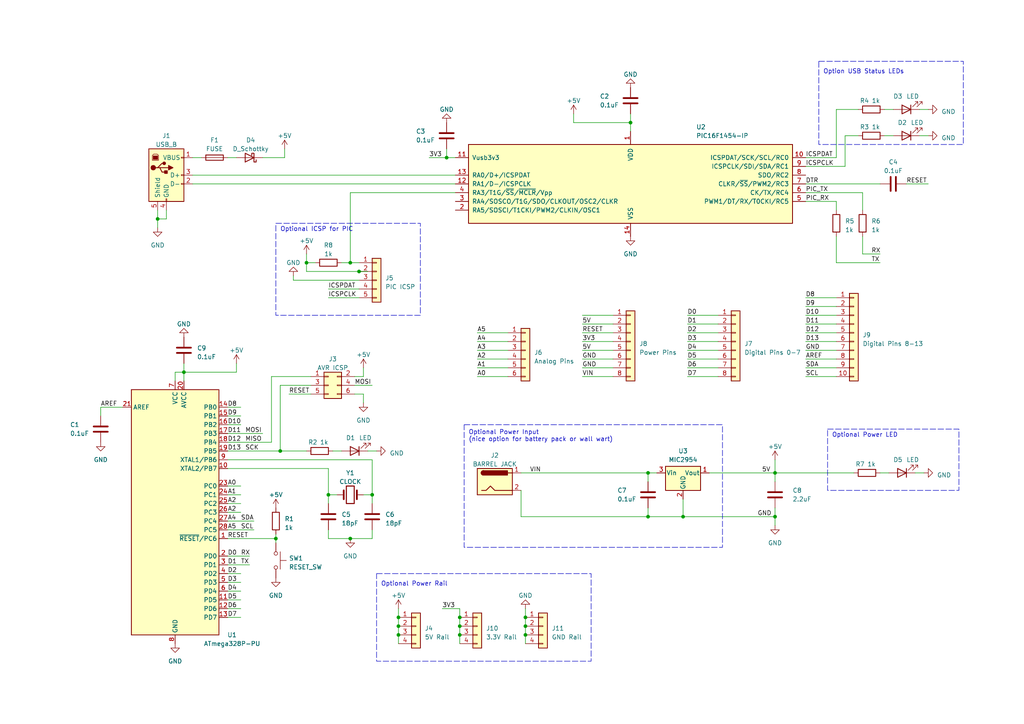
<source format=kicad_sch>
(kicad_sch (version 20230121) (generator eeschema)
  (paper "A4")
  (title_block (title "DIPduino") (date "2023-05-05") (rev "1") (company "Designer: Stephen Covrig") (comment 1 "Based on Jens Geisler's Frienduino"))
  (lib_symbols
    (symbol "Connector:Barrel_Jack" (pin_names (offset 1.016))
      (property "Reference" "J" (at 0 5.334 0))
      (property "Value" "Barrel_Jack" (at 0 -5.08 0))
      (symbol "Barrel_Jack_0_1"
        (rectangle (start -5.08 3.81) (end 5.08 -3.81) (stroke (width 0.254)) (fill (type background)))
        (arc (start -3.302 3.175) (mid -3.9343 2.54) (end -3.302 1.905) (stroke (width 0.254)))
        (arc (start -3.302 3.175) (mid -3.9343 2.54) (end -3.302 1.905) (stroke (width 0.254)) (fill (type outline)))
        (polyline (pts (xy 5.08 2.54) (xy 3.81 2.54)) (stroke (width 0.254)))
        (polyline (pts (xy -3.81 -2.54) (xy -2.54 -2.54) (xy -1.27 -1.27) (xy 0 -2.54) (xy 2.54 -2.54) (xy 5.08 -2.54)) (stroke (width 0.254)))
        (rectangle (start 3.683 3.175) (end -3.302 1.905) (stroke (width 0.254)) (fill (type outline)))
      )
      (symbol "Barrel_Jack_1_1"
        (pin passive line (at 7.62 2.54 180) (length 2.54) (name "~") (number "1"))
        (pin passive line (at 7.62 -2.54 180) (length 2.54) (name "~") (number "2"))
      )
    )
    (symbol "Connector:USB_B" (pin_names (offset 1.016))
      (property "Reference" "J" (at -5.08 11.43 0))
      (property "Value" "USB_B" (at -5.08 8.89 0))
      (symbol "USB_B_0_1"
        (rectangle (start -5.08 -7.62) (end 5.08 7.62) (stroke (width 0.254)) (fill (type background)))
        (circle (center -3.81 2.159) (radius 0.635) (stroke (width 0.254)) (fill (type outline)))
        (rectangle (start -3.81 5.588) (end -2.54 4.572) (fill (type outline)))
        (circle (center -0.635 3.429) (radius 0.381) (stroke (width 0.254)) (fill (type outline)))
        (rectangle (start -0.127 -7.62) (end 0.127 -6.858))
        (polyline (pts (xy -1.905 2.159) (xy 0.635 2.159)) (stroke (width 0.254)))
        (polyline (pts (xy -3.175 2.159) (xy -2.54 2.159) (xy -1.27 3.429) (xy -0.635 3.429)) (stroke (width 0.254)))
        (polyline (pts (xy -2.54 2.159) (xy -1.905 2.159) (xy -1.27 0.889) (xy 0 0.889)) (stroke (width 0.254)))
        (polyline (pts (xy 0.635 2.794) (xy 0.635 1.524) (xy 1.905 2.159) (xy 0.635 2.794)) (stroke (width 0.254)) (fill (type outline)))
        (polyline (pts (xy -4.064 4.318) (xy -2.286 4.318) (xy -2.286 5.715) (xy -2.667 6.096) (xy -3.683 6.096) (xy -4.064 5.715) (xy -4.064 4.318)))
        (rectangle (start 0.254 1.27) (end -0.508 0.508) (stroke (width 0.254)) (fill (type outline)))
        (rectangle (start 5.08 -2.667) (end 4.318 -2.413))
        (rectangle (start 5.08 -0.127) (end 4.318 0.127))
        (rectangle (start 5.08 4.953) (end 4.318 5.207))
      )
      (symbol "USB_B_1_1"
        (pin power_out line (at 7.62 5.08 180) (length 2.54) (name "VBUS") (number "1"))
        (pin bidirectional line (at 7.62 -2.54 180) (length 2.54) (name "D-") (number "2"))
        (pin bidirectional line (at 7.62 0 180) (length 2.54) (name "D+") (number "3"))
        (pin power_out line (at 0 -10.16 90) (length 2.54) (name "GND") (number "4"))
        (pin passive line (at -2.54 -10.16 90) (length 2.54) (name "Shield") (number "5"))
      )
    )
    (symbol "Connector_Generic:Conn_01x04" (pin_names (offset 1.016) hide)
      (property "Reference" "J" (at 0 5.08 0))
      (property "Value" "Conn_01x04" (at 0 -7.62 0))
      (symbol "Conn_01x04_1_1"
        (rectangle (start -1.27 -4.953) (end 0 -5.207) (stroke (width 0.1524)))
        (rectangle (start -1.27 -2.413) (end 0 -2.667) (stroke (width 0.1524)))
        (rectangle (start -1.27 0.127) (end 0 -0.127) (stroke (width 0.1524)))
        (rectangle (start -1.27 2.667) (end 0 2.413) (stroke (width 0.1524)))
        (rectangle (start -1.27 3.81) (end 1.27 -6.35) (stroke (width 0.254)) (fill (type background)))
        (pin passive line (at -5.08 2.54 0) (length 3.81) (name "Pin_1") (number "1"))
        (pin passive line (at -5.08 0 0) (length 3.81) (name "Pin_2") (number "2"))
        (pin passive line (at -5.08 -2.54 0) (length 3.81) (name "Pin_3") (number "3"))
        (pin passive line (at -5.08 -5.08 0) (length 3.81) (name "Pin_4") (number "4"))
      )
    )
    (symbol "Connector_Generic:Conn_01x05" (pin_names (offset 1.016) hide)
      (property "Reference" "J" (at 0 7.62 0))
      (property "Value" "Conn_01x05" (at 0 -7.62 0))
      (symbol "Conn_01x05_1_1"
        (rectangle (start -1.27 -4.953) (end 0 -5.207) (stroke (width 0.1524)))
        (rectangle (start -1.27 -2.413) (end 0 -2.667) (stroke (width 0.1524)))
        (rectangle (start -1.27 0.127) (end 0 -0.127) (stroke (width 0.1524)))
        (rectangle (start -1.27 2.667) (end 0 2.413) (stroke (width 0.1524)))
        (rectangle (start -1.27 5.207) (end 0 4.953) (stroke (width 0.1524)))
        (rectangle (start -1.27 6.35) (end 1.27 -6.35) (stroke (width 0.254)) (fill (type background)))
        (pin passive line (at -5.08 5.08 0) (length 3.81) (name "Pin_1") (number "1"))
        (pin passive line (at -5.08 2.54 0) (length 3.81) (name "Pin_2") (number "2"))
        (pin passive line (at -5.08 0 0) (length 3.81) (name "Pin_3") (number "3"))
        (pin passive line (at -5.08 -2.54 0) (length 3.81) (name "Pin_4") (number "4"))
        (pin passive line (at -5.08 -5.08 0) (length 3.81) (name "Pin_5") (number "5"))
      )
    )
    (symbol "Connector_Generic:Conn_01x06" (pin_names (offset 1.016) hide)
      (property "Reference" "J" (at 0 7.62 0))
      (property "Value" "Conn_01x06" (at 0 -10.16 0))
      (symbol "Conn_01x06_1_1"
        (rectangle (start -1.27 -7.493) (end 0 -7.747) (stroke (width 0.1524)))
        (rectangle (start -1.27 -4.953) (end 0 -5.207) (stroke (width 0.1524)))
        (rectangle (start -1.27 -2.413) (end 0 -2.667) (stroke (width 0.1524)))
        (rectangle (start -1.27 0.127) (end 0 -0.127) (stroke (width 0.1524)))
        (rectangle (start -1.27 2.667) (end 0 2.413) (stroke (width 0.1524)))
        (rectangle (start -1.27 5.207) (end 0 4.953) (stroke (width 0.1524)))
        (rectangle (start -1.27 6.35) (end 1.27 -8.89) (stroke (width 0.254)) (fill (type background)))
        (pin passive line (at -5.08 5.08 0) (length 3.81) (name "Pin_1") (number "1"))
        (pin passive line (at -5.08 2.54 0) (length 3.81) (name "Pin_2") (number "2"))
        (pin passive line (at -5.08 0 0) (length 3.81) (name "Pin_3") (number "3"))
        (pin passive line (at -5.08 -2.54 0) (length 3.81) (name "Pin_4") (number "4"))
        (pin passive line (at -5.08 -5.08 0) (length 3.81) (name "Pin_5") (number "5"))
        (pin passive line (at -5.08 -7.62 0) (length 3.81) (name "Pin_6") (number "6"))
      )
    )
    (symbol "Connector_Generic:Conn_01x08" (pin_names (offset 1.016) hide)
      (property "Reference" "J" (at 0 10.16 0))
      (property "Value" "Conn_01x08" (at 0 -12.7 0))
      (symbol "Conn_01x08_1_1"
        (rectangle (start -1.27 -10.033) (end 0 -10.287) (stroke (width 0.1524)))
        (rectangle (start -1.27 -7.493) (end 0 -7.747) (stroke (width 0.1524)))
        (rectangle (start -1.27 -4.953) (end 0 -5.207) (stroke (width 0.1524)))
        (rectangle (start -1.27 -2.413) (end 0 -2.667) (stroke (width 0.1524)))
        (rectangle (start -1.27 0.127) (end 0 -0.127) (stroke (width 0.1524)))
        (rectangle (start -1.27 2.667) (end 0 2.413) (stroke (width 0.1524)))
        (rectangle (start -1.27 5.207) (end 0 4.953) (stroke (width 0.1524)))
        (rectangle (start -1.27 7.747) (end 0 7.493) (stroke (width 0.1524)))
        (rectangle (start -1.27 8.89) (end 1.27 -11.43) (stroke (width 0.254)) (fill (type background)))
        (pin passive line (at -5.08 7.62 0) (length 3.81) (name "Pin_1") (number "1"))
        (pin passive line (at -5.08 5.08 0) (length 3.81) (name "Pin_2") (number "2"))
        (pin passive line (at -5.08 2.54 0) (length 3.81) (name "Pin_3") (number "3"))
        (pin passive line (at -5.08 0 0) (length 3.81) (name "Pin_4") (number "4"))
        (pin passive line (at -5.08 -2.54 0) (length 3.81) (name "Pin_5") (number "5"))
        (pin passive line (at -5.08 -5.08 0) (length 3.81) (name "Pin_6") (number "6"))
        (pin passive line (at -5.08 -7.62 0) (length 3.81) (name "Pin_7") (number "7"))
        (pin passive line (at -5.08 -10.16 0) (length 3.81) (name "Pin_8") (number "8"))
      )
    )
    (symbol "Connector_Generic:Conn_01x10" (pin_names (offset 1.016) hide)
      (property "Reference" "J" (at 0 12.7 0))
      (property "Value" "Conn_01x10" (at 0 -15.24 0))
      (symbol "Conn_01x10_1_1"
        (rectangle (start -1.27 -12.573) (end 0 -12.827) (stroke (width 0.1524)))
        (rectangle (start -1.27 -10.033) (end 0 -10.287) (stroke (width 0.1524)))
        (rectangle (start -1.27 -7.493) (end 0 -7.747) (stroke (width 0.1524)))
        (rectangle (start -1.27 -4.953) (end 0 -5.207) (stroke (width 0.1524)))
        (rectangle (start -1.27 -2.413) (end 0 -2.667) (stroke (width 0.1524)))
        (rectangle (start -1.27 0.127) (end 0 -0.127) (stroke (width 0.1524)))
        (rectangle (start -1.27 2.667) (end 0 2.413) (stroke (width 0.1524)))
        (rectangle (start -1.27 5.207) (end 0 4.953) (stroke (width 0.1524)))
        (rectangle (start -1.27 7.747) (end 0 7.493) (stroke (width 0.1524)))
        (rectangle (start -1.27 10.287) (end 0 10.033) (stroke (width 0.1524)))
        (rectangle (start -1.27 11.43) (end 1.27 -13.97) (stroke (width 0.254)) (fill (type background)))
        (pin passive line (at -5.08 10.16 0) (length 3.81) (name "Pin_1") (number "1"))
        (pin passive line (at -5.08 -12.7 0) (length 3.81) (name "Pin_10") (number "10"))
        (pin passive line (at -5.08 7.62 0) (length 3.81) (name "Pin_2") (number "2"))
        (pin passive line (at -5.08 5.08 0) (length 3.81) (name "Pin_3") (number "3"))
        (pin passive line (at -5.08 2.54 0) (length 3.81) (name "Pin_4") (number "4"))
        (pin passive line (at -5.08 0 0) (length 3.81) (name "Pin_5") (number "5"))
        (pin passive line (at -5.08 -2.54 0) (length 3.81) (name "Pin_6") (number "6"))
        (pin passive line (at -5.08 -5.08 0) (length 3.81) (name "Pin_7") (number "7"))
        (pin passive line (at -5.08 -7.62 0) (length 3.81) (name "Pin_8") (number "8"))
        (pin passive line (at -5.08 -10.16 0) (length 3.81) (name "Pin_9") (number "9"))
      )
    )
    (symbol "Connector_Generic:Conn_02x03_Odd_Even" (pin_names (offset 1.016) hide)
      (property "Reference" "J" (at 1.27 5.08 0))
      (property "Value" "Conn_02x03_Odd_Even" (at 1.27 -5.08 0))
      (symbol "Conn_02x03_Odd_Even_1_1"
        (rectangle (start -1.27 -2.413) (end 0 -2.667) (stroke (width 0.1524)))
        (rectangle (start -1.27 0.127) (end 0 -0.127) (stroke (width 0.1524)))
        (rectangle (start -1.27 2.667) (end 0 2.413) (stroke (width 0.1524)))
        (rectangle (start -1.27 3.81) (end 3.81 -3.81) (stroke (width 0.254)) (fill (type background)))
        (rectangle (start 3.81 -2.413) (end 2.54 -2.667) (stroke (width 0.1524)))
        (rectangle (start 3.81 0.127) (end 2.54 -0.127) (stroke (width 0.1524)))
        (rectangle (start 3.81 2.667) (end 2.54 2.413) (stroke (width 0.1524)))
        (pin passive line (at -5.08 2.54 0) (length 3.81) (name "Pin_1") (number "1"))
        (pin passive line (at 7.62 2.54 180) (length 3.81) (name "Pin_2") (number "2"))
        (pin passive line (at -5.08 0 0) (length 3.81) (name "Pin_3") (number "3"))
        (pin passive line (at 7.62 0 180) (length 3.81) (name "Pin_4") (number "4"))
        (pin passive line (at -5.08 -2.54 0) (length 3.81) (name "Pin_5") (number "5"))
        (pin passive line (at 7.62 -2.54 180) (length 3.81) (name "Pin_6") (number "6"))
      )
    )
    (symbol "Device:C" (pin_numbers hide) (pin_names (offset 0.254))
      (property "Reference" "C" (at 0.635 2.54 0))
      (property "Value" "C" (at 0.635 -2.54 0))
      (symbol "C_0_1"
        (polyline (pts (xy -2.032 -0.762) (xy 2.032 -0.762)) (stroke (width 0.508)))
        (polyline (pts (xy -2.032 0.762) (xy 2.032 0.762)) (stroke (width 0.508)))
      )
      (symbol "C_1_1"
        (pin passive line (at 0 3.81 270) (length 2.794) (name "~") (number "1"))
        (pin passive line (at 0 -3.81 90) (length 2.794) (name "~") (number "2"))
      )
    )
    (symbol "Device:Crystal" (pin_numbers hide) (pin_names (offset 1.016) hide)
      (property "Reference" "Y" (at 0 3.81 0))
      (property "Value" "Crystal" (at 0 -3.81 0))
      (symbol "Crystal_0_1"
        (rectangle (start -1.143 2.54) (end 1.143 -2.54) (stroke (width 0.3048)))
        (polyline (pts (xy -2.54 0) (xy -1.905 0)))
        (polyline (pts (xy -1.905 -1.27) (xy -1.905 1.27)) (stroke (width 0.508)))
        (polyline (pts (xy 1.905 -1.27) (xy 1.905 1.27)) (stroke (width 0.508)))
        (polyline (pts (xy 2.54 0) (xy 1.905 0)))
      )
      (symbol "Crystal_1_1"
        (pin passive line (at -3.81 0 0) (length 1.27) (name "1") (number "1"))
        (pin passive line (at 3.81 0 180) (length 1.27) (name "2") (number "2"))
      )
    )
    (symbol "Device:D_Schottky" (pin_numbers hide) (pin_names (offset 1.016) hide)
      (property "Reference" "D" (at 0 2.54 0))
      (property "Value" "D_Schottky" (at 0 -2.54 0))
      (symbol "D_Schottky_0_1"
        (polyline (pts (xy 1.27 0) (xy -1.27 0)))
        (polyline (pts (xy 1.27 1.27) (xy 1.27 -1.27) (xy -1.27 0) (xy 1.27 1.27)) (stroke (width 0.254)))
        (polyline (pts (xy -1.905 0.635) (xy -1.905 1.27) (xy -1.27 1.27) (xy -1.27 -1.27) (xy -0.635 -1.27) (xy -0.635 -0.635)) (stroke (width 0.254)))
      )
      (symbol "D_Schottky_1_1"
        (pin passive line (at -3.81 0 0) (length 2.54) (name "K") (number "1"))
        (pin passive line (at 3.81 0 180) (length 2.54) (name "A") (number "2"))
      )
    )
    (symbol "Device:Fuse" (pin_numbers hide) (pin_names (offset 0))
      (property "Reference" "F" (at 2.032 0 90))
      (property "Value" "Fuse" (at -1.905 0 90))
      (symbol "Fuse_0_1"
        (rectangle (start -0.762 -2.54) (end 0.762 2.54) (stroke (width 0.254)))
        (polyline (pts (xy 0 2.54) (xy 0 -2.54)))
      )
      (symbol "Fuse_1_1"
        (pin passive line (at 0 3.81 270) (length 1.27) (name "~") (number "1"))
        (pin passive line (at 0 -3.81 90) (length 1.27) (name "~") (number "2"))
      )
    )
    (symbol "Device:LED" (pin_numbers hide) (pin_names (offset 1.016) hide)
      (property "Reference" "D" (at 0 2.54 0))
      (property "Value" "LED" (at 0 -2.54 0))
      (symbol "LED_0_1"
        (polyline (pts (xy -1.27 -1.27) (xy -1.27 1.27)) (stroke (width 0.254)))
        (polyline (pts (xy -1.27 0) (xy 1.27 0)))
        (polyline (pts (xy 1.27 -1.27) (xy 1.27 1.27) (xy -1.27 0) (xy 1.27 -1.27)) (stroke (width 0.254)))
        (polyline (pts (xy -3.048 -0.762) (xy -4.572 -2.286) (xy -3.81 -2.286) (xy -4.572 -2.286) (xy -4.572 -1.524)))
        (polyline (pts (xy -1.778 -0.762) (xy -3.302 -2.286) (xy -2.54 -2.286) (xy -3.302 -2.286) (xy -3.302 -1.524)))
      )
      (symbol "LED_1_1"
        (pin passive line (at -3.81 0 0) (length 2.54) (name "K") (number "1"))
        (pin passive line (at 3.81 0 180) (length 2.54) (name "A") (number "2"))
      )
    )
    (symbol "Device:R" (pin_numbers hide) (pin_names (offset 0))
      (property "Reference" "R" (at 2.032 0 90))
      (property "Value" "R" (at 0 0 90))
      (symbol "R_0_1"
        (rectangle (start -1.016 -2.54) (end 1.016 2.54) (stroke (width 0.254)))
      )
      (symbol "R_1_1"
        (pin passive line (at 0 3.81 270) (length 1.27) (name "~") (number "1"))
        (pin passive line (at 0 -3.81 90) (length 1.27) (name "~") (number "2"))
      )
    )
    (symbol "MCU_Microchip_ATmega:ATmega328P-P"
      (property "Reference" "U" (at -12.7 36.83 0))
      (property "Value" "ATmega328P-P" (at 2.54 -36.83 0))
      (symbol "ATmega328P-P_0_1"
        (rectangle (start -12.7 -35.56) (end 12.7 35.56) (stroke (width 0.254)) (fill (type background)))
      )
      (symbol "ATmega328P-P_1_1"
        (pin bidirectional line (at 15.24 -7.62 180) (length 2.54) (name "~{RESET}/PC6") (number "1"))
        (pin bidirectional line (at 15.24 12.7 180) (length 2.54) (name "XTAL2/PB7") (number "10"))
        (pin bidirectional line (at 15.24 -25.4 180) (length 2.54) (name "PD5") (number "11"))
        (pin bidirectional line (at 15.24 -27.94 180) (length 2.54) (name "PD6") (number "12"))
        (pin bidirectional line (at 15.24 -30.48 180) (length 2.54) (name "PD7") (number "13"))
        (pin bidirectional line (at 15.24 30.48 180) (length 2.54) (name "PB0") (number "14"))
        (pin bidirectional line (at 15.24 27.94 180) (length 2.54) (name "PB1") (number "15"))
        (pin bidirectional line (at 15.24 25.4 180) (length 2.54) (name "PB2") (number "16"))
        (pin bidirectional line (at 15.24 22.86 180) (length 2.54) (name "PB3") (number "17"))
        (pin bidirectional line (at 15.24 20.32 180) (length 2.54) (name "PB4") (number "18"))
        (pin bidirectional line (at 15.24 17.78 180) (length 2.54) (name "PB5") (number "19"))
        (pin bidirectional line (at 15.24 -12.7 180) (length 2.54) (name "PD0") (number "2"))
        (pin power_in line (at 2.54 38.1 270) (length 2.54) (name "AVCC") (number "20"))
        (pin passive line (at -15.24 30.48 0) (length 2.54) (name "AREF") (number "21"))
        (pin passive line (at 0 -38.1 90) (length 2.54) hide (name "GND") (number "22"))
        (pin bidirectional line (at 15.24 7.62 180) (length 2.54) (name "PC0") (number "23"))
        (pin bidirectional line (at 15.24 5.08 180) (length 2.54) (name "PC1") (number "24"))
        (pin bidirectional line (at 15.24 2.54 180) (length 2.54) (name "PC2") (number "25"))
        (pin bidirectional line (at 15.24 0 180) (length 2.54) (name "PC3") (number "26"))
        (pin bidirectional line (at 15.24 -2.54 180) (length 2.54) (name "PC4") (number "27"))
        (pin bidirectional line (at 15.24 -5.08 180) (length 2.54) (name "PC5") (number "28"))
        (pin bidirectional line (at 15.24 -15.24 180) (length 2.54) (name "PD1") (number "3"))
        (pin bidirectional line (at 15.24 -17.78 180) (length 2.54) (name "PD2") (number "4"))
        (pin bidirectional line (at 15.24 -20.32 180) (length 2.54) (name "PD3") (number "5"))
        (pin bidirectional line (at 15.24 -22.86 180) (length 2.54) (name "PD4") (number "6"))
        (pin power_in line (at 0 38.1 270) (length 2.54) (name "VCC") (number "7"))
        (pin power_in line (at 0 -38.1 90) (length 2.54) (name "GND") (number "8"))
        (pin bidirectional line (at 15.24 15.24 180) (length 2.54) (name "XTAL1/PB6") (number "9"))
      )
    )
    (symbol "MCU_Microchip_PIC16:PIC16F1454-IP" (pin_names (offset 1.016))
      (property "Reference" "U" (at -46.99 15.24 0))
      (property "Value" "PIC16F1454-IP" (at -46.99 12.7 0))
      (symbol "PIC16F1454-IP_0_1"
        (rectangle (start -46.99 11.43) (end 46.99 -11.43) (stroke (width 0.254)) (fill (type background)))
      )
      (symbol "PIC16F1454-IP_1_1"
        (pin power_in line (at 0 15.24 270) (length 3.81) (name "VDD") (number "1"))
        (pin bidirectional line (at 50.8 7.62 180) (length 3.81) (name "ICSPDAT/SCK/SCL/RC0") (number "10"))
        (pin bidirectional line (at -50.8 7.62 0) (length 3.81) (name "Vusb3v3") (number "11"))
        (pin bidirectional line (at -50.8 0 0) (length 3.81) (name "RA1/D-/ICSPCLK") (number "12"))
        (pin bidirectional line (at -50.8 2.54 0) (length 3.81) (name "RA0/D+/ICSPDAT") (number "13"))
        (pin power_in line (at 0 -15.24 90) (length 3.81) (name "VSS") (number "14"))
        (pin bidirectional line (at -50.8 -7.62 0) (length 3.81) (name "RA5/SOSCI/T1CKI/PWM2/CLKIN/OSC1") (number "2"))
        (pin bidirectional line (at -50.8 -5.08 0) (length 3.81) (name "RA4/SOSCO/T1G/SDO/CLKOUT/OSC2/CLKR") (number "3"))
        (pin input line (at -50.8 -2.54 0) (length 3.81) (name "RA3/T1G/~{SS}/~{MCLR}/Vpp") (number "4"))
        (pin bidirectional line (at 50.8 -5.08 180) (length 3.81) (name "PWM1/DT/RX/T0CKI/RC5") (number "5"))
        (pin bidirectional line (at 50.8 -2.54 180) (length 3.81) (name "CK/TX/RC4") (number "6"))
        (pin bidirectional line (at 50.8 0 180) (length 3.81) (name "CLKR/~{SS}/PWM2/RC3") (number "7"))
        (pin bidirectional line (at 50.8 2.54 180) (length 3.81) (name "SDO/RC2") (number "8"))
        (pin bidirectional line (at 50.8 5.08 180) (length 3.81) (name "ICSPCLK/SDI/SDA/RC1") (number "9"))
      )
    )
    (symbol "Regulator_Linear:AP7384-33V" (pin_names (offset 0.254))
      (property "Reference" "U3" (at 0 6.35 0))
      (property "Value" "L4931" (at 0 3.81 0))
      (symbol "AP7384-33V_0_1"
        (rectangle (start -5.08 1.905) (end 5.08 -5.08) (stroke (width 0.254)) (fill (type background)))
      )
      (symbol "AP7384-33V_1_1"
        (pin power_out line (at 7.62 0 180) (length 2.54) (name "Vout") (number "1"))
        (pin power_in line (at 0 -7.62 90) (length 2.54) (name "GND") (number "2"))
        (pin power_in line (at -7.62 0 0) (length 2.54) (name "Vin") (number "3"))
      )
    )
    (symbol "Switch:SW_Push" (pin_numbers hide) (pin_names (offset 1.016) hide)
      (property "Reference" "SW" (at 1.27 2.54 0))
      (property "Value" "SW_Push" (at 0 -1.524 0))
      (symbol "SW_Push_0_1"
        (circle (center -2.032 0) (radius 0.508))
        (polyline (pts (xy 0 1.27) (xy 0 3.048)))
        (polyline (pts (xy 2.54 1.27) (xy -2.54 1.27)))
        (circle (center 2.032 0) (radius 0.508))
        (pin passive line (at -5.08 0 0) (length 2.54) (name "1") (number "1"))
        (pin passive line (at 5.08 0 180) (length 2.54) (name "2") (number "2"))
      )
    )
    (symbol "power:+5V" (power) (pin_names (offset 0))
      (property "Value" "+5V" (at 0 3.556 0))
      (symbol "+5V_0_1"
        (polyline (pts (xy -0.762 1.27) (xy 0 2.54)))
        (polyline (pts (xy 0 0) (xy 0 2.54)))
        (polyline (pts (xy 0 2.54) (xy 0.762 1.27)))
      )
      (symbol "+5V_1_1"
        (pin power_in line (at 0 0 90) (length 0) hide (name "+5V") (number "1"))
      )
    )
    (symbol "power:GND" (power) (pin_names (offset 0))
      (property "Value" "GND" (at 0 -3.81 0))
      (symbol "GND_0_1"
        (polyline (pts (xy 0 0) (xy 0 -1.27) (xy 1.27 -1.27) (xy 0 -2.54) (xy -1.27 -1.27) (xy 0 -1.27)))
      )
      (symbol "GND_1_1"
        (pin power_in line (at 0 0 270) (length 0) hide (name "GND") (number "1"))
      )
    )
  )
  (junction (at 133.35 181.61))
  (junction (at 152.4 184.15))
  (junction (at 95.25 143.51))
  (junction (at 182.88 35.56))
  (junction (at 187.96 137.16))
  (junction (at 53.34 107.95))
  (junction (at 101.6 76.2))
  (junction (at 133.35 184.15))
  (junction (at 152.4 181.61))
  (junction (at 81.28 130.81))
  (junction (at 129.54 45.72))
  (junction (at 115.57 179.07))
  (junction (at 45.72 63.5))
  (junction (at 224.79 137.16))
  (junction (at 224.79 149.86))
  (junction (at 198.12 149.86))
  (junction (at 107.95 143.51))
  (junction (at 88.9 76.2))
  (junction (at 80.01 156.21))
  (junction (at 104.14 78.74))
  (junction (at 115.57 181.61))
  (junction (at 187.96 149.86))
  (junction (at 133.35 179.07))
  (junction (at 152.4 179.07))
  (junction (at 115.57 184.15))
  (junction (at 101.6 156.21))
  (wire (pts (xy 224.79 137.16) (xy 224.79 139.7)))
  (wire (pts (xy 255.27 137.16) (xy 257.81 137.16)))
  (wire (pts (xy 66.04 156.21) (xy 80.01 156.21)))
  (wire (pts (xy 104.14 83.82) (xy 95.25 83.82)))
  (wire (pts (xy 199.39 109.22) (xy 208.28 109.22)))
  (wire (pts (xy 66.04 120.65) (xy 69.85 120.65)))
  (wire (pts (xy 106.68 130.81) (xy 109.22 130.81)))
  (wire (pts (xy 151.13 149.86) (xy 151.13 142.24)))
  (wire (pts (xy 45.72 63.5) (xy 45.72 60.96)))
  (wire (pts (xy 97.79 143.51) (xy 95.25 143.51)))
  (wire (pts (xy 182.88 33.02) (xy 182.88 35.56)))
  (wire (pts (xy 66.04 146.05) (xy 69.85 146.05)))
  (wire (pts (xy 132.08 45.72) (xy 129.54 45.72)))
  (wire (pts (xy 96.52 130.81) (xy 99.06 130.81)))
  (wire (pts (xy 233.68 96.52) (xy 242.57 96.52)))
  (wire (pts (xy 80.01 156.21) (xy 80.01 157.48)))
  (wire (pts (xy 233.68 109.22) (xy 242.57 109.22)))
  (wire (pts (xy 168.91 96.52) (xy 177.8 96.52)))
  (wire (pts (xy 101.6 156.21) (xy 107.95 156.21)))
  (wire (pts (xy 50.8 107.95) (xy 53.34 107.95)))
  (wire (pts (xy 152.4 176.53) (xy 152.4 179.07)))
  (wire (pts (xy 233.68 99.06) (xy 242.57 99.06)))
  (wire (pts (xy 168.91 101.6) (xy 177.8 101.6)))
  (wire (pts (xy 138.43 96.52) (xy 147.32 96.52)))
  (wire (pts (xy 233.68 48.26) (xy 245.11 48.26)))
  (wire (pts (xy 133.35 184.15) (xy 133.35 186.69)))
  (wire (pts (xy 45.72 66.04) (xy 45.72 63.5)))
  (wire (pts (xy 48.26 60.96) (xy 48.26 63.5)))
  (wire (pts (xy 256.54 39.37) (xy 259.08 39.37)))
  (wire (pts (xy 233.68 88.9) (xy 242.57 88.9)))
  (wire (pts (xy 242.57 45.72) (xy 242.57 31.75)))
  (wire (pts (xy 82.55 45.72) (xy 76.2 45.72)))
  (wire (pts (xy 199.39 101.6) (xy 208.28 101.6)))
  (wire (pts (xy 250.19 55.88) (xy 250.19 60.96)))
  (wire (pts (xy 106.68 78.74) (xy 104.14 78.74)))
  (wire (pts (xy 242.57 58.42) (xy 242.57 60.96)))
  (wire (pts (xy 104.14 86.36) (xy 95.25 86.36)))
  (wire (pts (xy 262.89 53.34) (xy 269.24 53.34)))
  (wire (pts (xy 82.55 43.18) (xy 82.55 45.72)))
  (wire (pts (xy 233.68 91.44) (xy 242.57 91.44)))
  (wire (pts (xy 269.24 39.37) (xy 266.7 39.37)))
  (wire (pts (xy 233.68 86.36) (xy 242.57 86.36)))
  (wire (pts (xy 104.14 78.74) (xy 88.9 78.74)))
  (wire (pts (xy 138.43 104.14) (xy 147.32 104.14)))
  (wire (pts (xy 55.88 50.8) (xy 132.08 50.8)))
  (wire (pts (xy 151.13 137.16) (xy 187.96 137.16)))
  (wire (pts (xy 187.96 137.16) (xy 190.5 137.16)))
  (wire (pts (xy 168.91 106.68) (xy 177.8 106.68)))
  (wire (pts (xy 80.01 154.94) (xy 80.01 156.21)))
  (wire (pts (xy 107.95 153.67) (xy 107.95 156.21)))
  (wire (pts (xy 55.88 53.34) (xy 132.08 53.34)))
  (wire (pts (xy 105.41 109.22) (xy 105.41 106.68)))
  (wire (pts (xy 66.04 130.81) (xy 81.28 130.81)))
  (wire (pts (xy 151.13 149.86) (xy 187.96 149.86)))
  (wire (pts (xy 199.39 93.98) (xy 208.28 93.98)))
  (wire (pts (xy 168.91 104.14) (xy 177.8 104.14)))
  (wire (pts (xy 66.04 171.45) (xy 69.85 171.45)))
  (wire (pts (xy 107.95 133.35) (xy 107.95 143.51)))
  (wire (pts (xy 182.88 35.56) (xy 182.88 38.1)))
  (wire (pts (xy 124.46 45.72) (xy 129.54 45.72)))
  (wire (pts (xy 81.28 130.81) (xy 88.9 130.81)))
  (wire (pts (xy 199.39 104.14) (xy 208.28 104.14)))
  (wire (pts (xy 88.9 76.2) (xy 91.44 76.2)))
  (wire (pts (xy 88.9 73.66) (xy 88.9 76.2)))
  (wire (pts (xy 199.39 96.52) (xy 208.28 96.52)))
  (wire (pts (xy 166.37 35.56) (xy 182.88 35.56)))
  (wire (pts (xy 242.57 45.72) (xy 233.68 45.72)))
  (wire (pts (xy 66.04 140.97) (xy 69.85 140.97)))
  (wire (pts (xy 138.43 109.22) (xy 147.32 109.22)))
  (wire (pts (xy 199.39 106.68) (xy 208.28 106.68)))
  (wire (pts (xy 68.58 107.95) (xy 53.34 107.95)))
  (wire (pts (xy 128.27 176.53) (xy 133.35 176.53)))
  (wire (pts (xy 95.25 156.21) (xy 101.6 156.21)))
  (wire (pts (xy 138.43 101.6) (xy 147.32 101.6)))
  (wire (pts (xy 233.68 104.14) (xy 242.57 104.14)))
  (wire (pts (xy 224.79 133.35) (xy 224.79 137.16)))
  (wire (pts (xy 245.11 48.26) (xy 245.11 39.37)))
  (wire (pts (xy 53.34 105.41) (xy 53.34 107.95)))
  (wire (pts (xy 66.04 133.35) (xy 107.95 133.35)))
  (wire (pts (xy 245.11 39.37) (xy 248.92 39.37)))
  (wire (pts (xy 267.97 137.16) (xy 265.43 137.16)))
  (wire (pts (xy 199.39 99.06) (xy 208.28 99.06)))
  (wire (pts (xy 250.19 73.66) (xy 255.27 73.66)))
  (wire (pts (xy 168.91 109.22) (xy 177.8 109.22)))
  (wire (pts (xy 55.88 45.72) (xy 58.42 45.72)))
  (wire (pts (xy 224.79 137.16) (xy 247.65 137.16)))
  (wire (pts (xy 102.87 111.76) (xy 107.95 111.76)))
  (wire (pts (xy 115.57 179.07) (xy 115.57 181.61)))
  (wire (pts (xy 105.41 114.3) (xy 102.87 114.3)))
  (wire (pts (xy 66.04 179.07) (xy 69.85 179.07)))
  (wire (pts (xy 233.68 55.88) (xy 250.19 55.88)))
  (wire (pts (xy 133.35 176.53) (xy 133.35 179.07)))
  (wire (pts (xy 66.04 128.27) (xy 78.74 128.27)))
  (wire (pts (xy 152.4 184.15) (xy 152.4 186.69)))
  (wire (pts (xy 105.41 116.84) (xy 105.41 114.3)))
  (wire (pts (xy 166.37 33.02) (xy 166.37 35.56)))
  (wire (pts (xy 99.06 76.2) (xy 101.6 76.2)))
  (wire (pts (xy 115.57 184.15) (xy 115.57 186.69)))
  (wire (pts (xy 107.95 146.05) (xy 107.95 143.51)))
  (wire (pts (xy 78.74 109.22) (xy 78.74 128.27)))
  (wire (pts (xy 66.04 135.89) (xy 95.25 135.89)))
  (wire (pts (xy 256.54 31.75) (xy 259.08 31.75)))
  (wire (pts (xy 101.6 76.2) (xy 104.14 76.2)))
  (wire (pts (xy 66.04 123.19) (xy 69.85 123.19)))
  (wire (pts (xy 53.34 107.95) (xy 53.34 110.49)))
  (wire (pts (xy 152.4 181.61) (xy 152.4 184.15)))
  (wire (pts (xy 66.04 168.91) (xy 69.85 168.91)))
  (wire (pts (xy 104.14 81.28) (xy 85.09 81.28)))
  (wire (pts (xy 90.17 111.76) (xy 81.28 111.76)))
  (wire (pts (xy 102.87 109.22) (xy 105.41 109.22)))
  (wire (pts (xy 101.6 55.88) (xy 101.6 76.2)))
  (wire (pts (xy 199.39 91.44) (xy 208.28 91.44)))
  (wire (pts (xy 66.04 166.37) (xy 69.85 166.37)))
  (wire (pts (xy 81.28 111.76) (xy 81.28 130.81)))
  (wire (pts (xy 250.19 68.58) (xy 250.19 73.66)))
  (wire (pts (xy 66.04 163.83) (xy 72.39 163.83)))
  (wire (pts (xy 66.04 118.11) (xy 69.85 118.11)))
  (wire (pts (xy 224.79 152.4) (xy 224.79 149.86)))
  (wire (pts (xy 129.54 45.72) (xy 129.54 43.18)))
  (wire (pts (xy 187.96 147.32) (xy 187.96 149.86)))
  (wire (pts (xy 168.91 93.98) (xy 177.8 93.98)))
  (wire (pts (xy 66.04 151.13) (xy 73.66 151.13)))
  (wire (pts (xy 115.57 176.53) (xy 115.57 179.07)))
  (wire (pts (xy 133.35 179.07) (xy 133.35 181.61)))
  (wire (pts (xy 242.57 76.2) (xy 255.27 76.2)))
  (wire (pts (xy 266.7 31.75) (xy 269.24 31.75)))
  (wire (pts (xy 198.12 149.86) (xy 224.79 149.86)))
  (wire (pts (xy 66.04 153.67) (xy 73.66 153.67)))
  (wire (pts (xy 224.79 149.86) (xy 224.79 147.32)))
  (wire (pts (xy 95.25 135.89) (xy 95.25 143.51)))
  (wire (pts (xy 105.41 143.51) (xy 107.95 143.51)))
  (wire (pts (xy 233.68 93.98) (xy 242.57 93.98)))
  (wire (pts (xy 101.6 55.88) (xy 132.08 55.88)))
  (wire (pts (xy 205.74 137.16) (xy 224.79 137.16)))
  (wire (pts (xy 48.26 63.5) (xy 45.72 63.5)))
  (wire (pts (xy 138.43 99.06) (xy 147.32 99.06)))
  (wire (pts (xy 115.57 181.61) (xy 115.57 184.15)))
  (wire (pts (xy 85.09 81.28) (xy 85.09 80.01)))
  (wire (pts (xy 66.04 125.73) (xy 76.2 125.73)))
  (wire (pts (xy 233.68 106.68) (xy 242.57 106.68)))
  (wire (pts (xy 68.58 105.41) (xy 68.58 107.95)))
  (wire (pts (xy 66.04 161.29) (xy 72.39 161.29)))
  (wire (pts (xy 138.43 106.68) (xy 147.32 106.68)))
  (wire (pts (xy 242.57 68.58) (xy 242.57 76.2)))
  (wire (pts (xy 66.04 45.72) (xy 68.58 45.72)))
  (wire (pts (xy 50.8 110.49) (xy 50.8 107.95)))
  (wire (pts (xy 29.21 118.11) (xy 29.21 120.65)))
  (wire (pts (xy 187.96 149.86) (xy 198.12 149.86)))
  (wire (pts (xy 233.68 53.34) (xy 255.27 53.34)))
  (wire (pts (xy 66.04 148.59) (xy 69.85 148.59)))
  (wire (pts (xy 168.91 99.06) (xy 177.8 99.06)))
  (wire (pts (xy 90.17 109.22) (xy 78.74 109.22)))
  (wire (pts (xy 168.91 91.44) (xy 177.8 91.44)))
  (wire (pts (xy 152.4 179.07) (xy 152.4 181.61)))
  (wire (pts (xy 66.04 173.99) (xy 69.85 173.99)))
  (wire (pts (xy 233.68 101.6) (xy 242.57 101.6)))
  (wire (pts (xy 95.25 143.51) (xy 95.25 146.05)))
  (wire (pts (xy 29.21 118.11) (xy 35.56 118.11)))
  (wire (pts (xy 66.04 143.51) (xy 69.85 143.51)))
  (wire (pts (xy 83.82 114.3) (xy 90.17 114.3)))
  (wire (pts (xy 133.35 181.61) (xy 133.35 184.15)))
  (wire (pts (xy 242.57 31.75) (xy 248.92 31.75)))
  (wire (pts (xy 198.12 144.78) (xy 198.12 149.86)))
  (wire (pts (xy 233.68 58.42) (xy 242.57 58.42)))
  (wire (pts (xy 88.9 76.2) (xy 88.9 78.74)))
  (wire (pts (xy 66.04 176.53) (xy 69.85 176.53)))
  (wire (pts (xy 95.25 153.67) (xy 95.25 156.21)))
  (wire (pts (xy 187.96 139.7) (xy 187.96 137.16)))
  (rectangle (start 80.01 64.77) (end 121.92 91.44) (stroke (width 0) (type dash)))
  (rectangle (start 240.03 124.46) (end 278.13 142.24) (stroke (width 0) (type dash)))
  (rectangle (start 237.49 17.78) (end 279.4 41.91) (stroke (width 0) (type dash)))
  (rectangle (start 134.62 123.19) (end 209.55 158.75) (stroke (width 0) (type dash)))
  (rectangle (start 109.22 166.37) (end 171.45 191.77) (stroke (width 0) (type dash)))
  (text "Optional Power Rail" (at 110.49 170.18 0) (effects (font (size 1.27 1.27)) (justify left bottom)))
  (text "Option USB Status LEDs" (at 238.76 21.59 0) (effects (font (size 1.27 1.27)) (justify left bottom)))
  (text "Optional ICSP for PIC" (at 81.28 67.31 0) (effects (font (size 1.27 1.27)) (justify left bottom)))
  (text "Optional Power Input\n(nice option for battery pack or wall wart)" (at 135.89 128.27 0) (effects (font (size 1.27 1.27)) (justify left bottom)))
  (text "Optional Power LED" (at 241.3 127 0) (effects (font (size 1.27 1.27)) (justify left bottom)))
  (label "RESET" (at 262.89 53.34 0))
  (label "AREF" (at 233.68 104.14 0))
  (label "SCL" (at 233.68 109.22 0))
  (label "GND" (at 233.68 101.6 0))
  (label "D5" (at 66.04 173.99 0))
  (label "D7" (at 66.04 179.07 0))
  (label "ICSPCLK" (at 233.68 48.26 0))
  (label "A2" (at 66.04 146.05 0))
  (label "DTR" (at 233.68 53.34 0))
  (label "D0" (at 66.04 161.29 0))
  (label "GND" (at 168.91 104.14 0))
  (label "SDA" (at 69.85 151.13 0))
  (label "A5" (at 66.04 153.67 0))
  (label "A1" (at 66.04 143.51 0))
  (label "MOSI" (at 102.87 111.76 0))
  (label "A0" (at 138.43 109.22 0))
  (label "A0" (at 66.04 140.97 0))
  (label "A5" (at 138.43 96.52 0))
  (label "D2" (at 66.04 166.37 0))
  (label "PIC_RX" (at 233.68 58.42 0))
  (label "ICSPDAT" (at 233.68 45.72 0))
  (label "D12" (at 233.68 96.52 0))
  (label "D6" (at 199.39 106.68 0))
  (label "D8" (at 66.04 118.11 0))
  (label "D11" (at 233.68 93.98 0))
  (label "D7" (at 199.39 109.22 0))
  (label "A1" (at 138.43 106.68 0))
  (label "TX" (at 252.73 76.2 0))
  (label "RX" (at 252.73 73.66 0))
  (label "D9" (at 233.68 88.9 0))
  (label "D6" (at 66.04 176.53 0))
  (label "SCL" (at 69.85 153.67 0))
  (label "A2" (at 66.04 148.59 0))
  (label "D1" (at 66.04 163.83 0))
  (label "5V" (at 168.91 93.98 0))
  (label "3V3" (at 124.46 45.72 0))
  (label "MOSI" (at 71.12 125.73 0))
  (label "A4" (at 66.04 151.13 0))
  (label "A3" (at 138.43 101.6 0))
  (label "VIN" (at 168.91 109.22 0))
  (label "TX" (at 69.85 163.83 0))
  (label "D9" (at 66.04 120.65 0))
  (label "VIN" (at 153.67 137.16 0))
  (label "D10" (at 66.04 123.19 0))
  (label "RESET" (at 83.82 114.3 0))
  (label "PIC_TX" (at 233.68 55.88 0))
  (label "D5" (at 199.39 104.14 0))
  (label "D2" (at 199.39 96.52 0))
  (label "GND" (at 219.71 149.86 0))
  (label "D1" (at 199.39 93.98 0))
  (label "D11" (at 66.04 125.73 0))
  (label "3V3" (at 168.91 99.06 0))
  (label "D0" (at 199.39 91.44 0))
  (label "RESET" (at 168.91 96.52 0))
  (label "D3" (at 199.39 99.06 0))
  (label "D12" (at 66.04 128.27 0))
  (label "D8" (at 233.68 86.36 0))
  (label "ICSPDAT" (at 95.25 83.82 0))
  (label "ICSPCLK" (at 95.25 86.36 0))
  (label "D3" (at 66.04 168.91 0))
  (label "SDA" (at 233.68 106.68 0))
  (label "5V" (at 168.91 101.6 0))
  (label "RESET" (at 66.04 156.21 0))
  (label "RX" (at 69.85 161.29 0))
  (label "3V3" (at 128.27 176.53 0))
  (label "D10" (at 233.68 91.44 0))
  (label "D13" (at 233.68 99.06 0))
  (label "5V" (at 220.98 137.16 0))
  (label "AREF" (at 29.21 118.11 0))
  (label "MISO" (at 71.12 128.27 0))
  (label "D4" (at 66.04 171.45 0))
  (label "D13" (at 66.04 130.81 0))
  (label "SCK" (at 71.12 130.81 0))
  (label "GND" (at 168.91 106.68 0))
  (label "A2" (at 138.43 104.14 0))
  (label "A4" (at 138.43 99.06 0))
  (label "D4" (at 199.39 101.6 0))
  (symbol (lib_id "Regulator_Linear:AP7384-33V") (at 198.12 137.16 0) (unit 1)
    (property "Reference" "U3" (at 198.12 130.81 0))
    (property "Value" "MIC2954" (at 198.12 133.35 0))
    (property "Footprint" "Package_TO_SOT_THT:TO-92_Inline" (effects hide))
    (property "Datasheet" "https://www.diodes.com/assets/Datasheets/AP7384.pdf" (effects hide))
  )
  (symbol (lib_id "power:GND") (at 101.6 156.21 0) (unit 1)
    (property "Reference" "#PWR014" (effects hide))
    (property "Value" "GND" (at 101.6 161.29 0))
  )
  (symbol (lib_id "power:GND") (at 109.22 130.81 90) (unit 1)
    (property "Reference" "#PWR015" (effects hide))
    (property "Value" "GND" (at 113.03 131.445 90) (effects (justify right)))
  )
  (symbol (lib_id "Device:LED") (at 262.89 39.37 180) (unit 1)
    (property "Reference" "D2" (at 260.35 35.56 0) (effects (justify right)))
    (property "Value" "LED" (at 264.16 35.56 0) (effects (justify right)))
    (property "Footprint" "LED_THT:LED_D3.0mm" (effects hide))
  )
  (symbol (lib_id "power:GND") (at 182.88 68.58 0) (unit 1)
    (property "Reference" "#PWR08" (effects hide))
    (property "Value" "GND" (at 182.88 73.66 0))
  )
  (symbol (lib_id "Switch:SW_Push") (at 80.01 162.56 270) (unit 1)
    (property "Reference" "SW1" (at 83.82 161.925 90) (effects (justify left)))
    (property "Value" "RESET_SW" (at 83.82 164.465 90) (effects (justify left)))
    (property "Footprint" "Button_Switch_THT:SW_PUSH_6mm" (effects hide))
  )
  (symbol (lib_id "Device:Fuse") (at 62.23 45.72 90) (unit 1)
    (property "Reference" "F1" (at 62.23 40.64 90))
    (property "Value" "FUSE" (at 62.23 43.18 90))
    (property "Footprint" "Resistor_THT:R_Axial_DIN0204_L3.6mm_D1.6mm_P5.08mm_Vertical" (effects hide))
  )
  (symbol (lib_id "Device:C") (at 53.34 101.6 180) (unit 1)
    (property "Reference" "C9" (at 57.15 100.965 0) (effects (justify right)))
    (property "Value" "0.1uF" (at 57.15 103.505 0) (effects (justify right)))
    (property "Footprint" "Capacitor_THT:C_Disc_D3.0mm_W1.6mm_P2.50mm" (effects hide))
  )
  (symbol (lib_id "Device:R") (at 95.25 76.2 90) (unit 1)
    (property "Reference" "R8" (at 95.25 71.12 90))
    (property "Value" "1k" (at 95.25 73.66 90))
    (property "Footprint" "Resistor_THT:R_Axial_DIN0204_L3.6mm_D1.6mm_P5.08mm_Horizontal" (effects hide))
  )
  (symbol (lib_id "Device:Crystal") (at 101.6 143.51 0) (unit 1)
    (property "Reference" "Y1" (at 101.6 137.16 0))
    (property "Value" "CLOCK" (at 101.6 139.7 0))
    (property "Footprint" "Crystal:Crystal_HC49-U_Vertical" (effects hide))
  )
  (symbol (lib_id "power:GND") (at 105.41 116.84 0) (unit 1)
    (property "Reference" "#PWR017" (effects hide))
    (property "Value" "GND" (at 105.41 121.92 0))
  )
  (symbol (lib_id "power:GND") (at 45.72 66.04 0) (unit 1)
    (property "Reference" "#PWR023" (effects hide))
    (property "Value" "GND" (at 45.72 71.12 0))
  )
  (symbol (lib_id "Device:C") (at 95.25 149.86 0) (unit 1)
    (property "Reference" "C5" (at 99.06 149.225 0) (effects (justify left)))
    (property "Value" "18pF" (at 99.06 151.765 0) (effects (justify left)))
    (property "Footprint" "Capacitor_THT:C_Disc_D3.0mm_W1.6mm_P2.50mm" (effects hide))
  )
  (symbol (lib_id "Connector:Barrel_Jack") (at 143.51 139.7 0) (unit 1)
    (property "Reference" "J2" (at 143.51 132.08 0))
    (property "Value" "BARREL JACK" (at 143.51 134.62 0))
    (property "Footprint" "Connector_BarrelJack:BarrelJack_Horizontal" (effects hide))
  )
  (symbol (lib_id "power:GND") (at 85.09 80.01 180) (unit 1)
    (property "Reference" "#PWR021" (effects hide))
    (property "Value" "GND" (at 85.09 76.2 0))
  )
  (symbol (lib_id "Device:C") (at 29.21 124.46 0) (unit 1)
    (property "Reference" "C1" (at 20.32 123.19 0) (effects (justify left)))
    (property "Value" "0.1uF" (at 20.32 125.73 0) (effects (justify left)))
    (property "Footprint" "Capacitor_THT:C_Disc_D3.0mm_W1.6mm_P2.50mm" (effects hide))
  )
  (symbol (lib_id "Device:R") (at 251.46 137.16 90) (unit 1)
    (property "Reference" "R7" (at 250.825 134.62 90) (effects (justify left)))
    (property "Value" "1k" (at 254 134.62 90) (effects (justify left)))
    (property "Footprint" "Resistor_THT:R_Axial_DIN0204_L3.6mm_D1.6mm_P5.08mm_Horizontal" (effects hide))
  )
  (symbol (lib_id "Device:LED") (at 261.62 137.16 180) (unit 1)
    (property "Reference" "D5" (at 259.08 133.35 0) (effects (justify right)))
    (property "Value" "LED" (at 262.89 133.35 0) (effects (justify right)))
    (property "Footprint" "LED_THT:LED_D3.0mm" (effects hide))
  )
  (symbol (lib_id "power:+5V") (at 105.41 106.68 0) (unit 1)
    (property "Reference" "#PWR018" (effects hide))
    (property "Value" "+5V" (at 105.41 102.87 0))
  )
  (symbol (lib_id "Connector_Generic:Conn_01x04") (at 138.43 181.61 0) (unit 1)
    (property "Reference" "J10" (at 140.97 182.245 0) (effects (justify left)))
    (property "Value" "3.3V Rail" (at 140.97 184.785 0) (effects (justify left)))
    (property "Footprint" "Connector_PinHeader_2.54mm:PinHeader_1x04_P2.54mm_Vertical" (effects hide))
  )
  (symbol (lib_id "Connector_Generic:Conn_02x03_Odd_Even") (at 95.25 111.76 0) (unit 1)
    (property "Reference" "J3" (at 96.52 104.14 0))
    (property "Value" "AVR ICSP" (at 96.52 106.68 0))
    (property "Footprint" "Connector_PinHeader_2.54mm:PinHeader_2x03_P2.54mm_Vertical" (effects hide))
  )
  (symbol (lib_id "power:GND") (at 53.34 97.79 180) (unit 1)
    (property "Reference" "#PWR010" (effects hide))
    (property "Value" "GND" (at 53.34 93.98 0))
  )
  (symbol (lib_id "Device:R") (at 80.01 151.13 0) (unit 1)
    (property "Reference" "R1" (at 82.55 150.495 0) (effects (justify left)))
    (property "Value" "1k" (at 82.55 153.035 0) (effects (justify left)))
    (property "Footprint" "Resistor_THT:R_Axial_DIN0204_L3.6mm_D1.6mm_P5.08mm_Horizontal" (effects hide))
  )
  (symbol (lib_id "Device:C") (at 259.08 53.34 90) (unit 1)
    (property "Reference" "C4" (at 259.08 46.99 90))
    (property "Value" "0.1uF" (at 259.08 49.53 90))
    (property "Footprint" "Capacitor_THT:C_Disc_D3.0mm_W1.6mm_P2.50mm" (effects hide))
  )
  (symbol (lib_id "Connector:USB_B") (at 48.26 50.8 0) (unit 1)
    (property "Reference" "J1" (at 48.26 39.37 0))
    (property "Value" "USB_B" (at 48.26 41.91 0))
    (property "Footprint" "Connector_USB:USB_B_OST_USB-B1HSxx_Horizontal" (effects hide))
    (property "Datasheet" " ~" (effects hide))
  )
  (symbol (lib_id "Connector_Generic:Conn_01x08") (at 182.88 99.06 0) (unit 1)
    (property "Reference" "J8" (at 185.42 99.695 0) (effects (justify left)))
    (property "Value" "Power Pins" (at 185.42 102.235 0) (effects (justify left)))
    (property "Footprint" "Connector_PinHeader_2.54mm:PinHeader_1x08_P2.54mm_Vertical" (effects hide))
  )
  (symbol (lib_id "Device:C") (at 129.54 39.37 0) (unit 1)
    (property "Reference" "C3" (at 120.65 38.1 0) (effects (justify left)))
    (property "Value" "0.1uF" (at 120.65 40.64 0) (effects (justify left)))
    (property "Footprint" "Capacitor_THT:C_Disc_D3.0mm_W1.6mm_P2.50mm" (effects hide))
  )
  (symbol (lib_id "Device:LED") (at 102.87 130.81 180) (unit 1)
    (property "Reference" "D1" (at 100.33 127 0) (effects (justify right)))
    (property "Value" "LED" (at 104.14 127 0) (effects (justify right)))
    (property "Footprint" "LED_THT:LED_D3.0mm" (effects hide))
  )
  (symbol (lib_id "power:GND") (at 50.8 186.69 0) (unit 1)
    (property "Reference" "#PWR012" (effects hide))
    (property "Value" "GND" (at 50.8 191.77 0))
  )
  (symbol (lib_id "Device:LED") (at 262.89 31.75 180) (unit 1)
    (property "Reference" "D3" (at 259.08 27.94 0) (effects (justify right)))
    (property "Value" "LED" (at 262.89 27.94 0) (effects (justify right)))
    (property "Footprint" "LED_THT:LED_D3.0mm" (effects hide))
  )
  (symbol (lib_id "Device:R") (at 242.57 64.77 0) (unit 1)
    (property "Reference" "R5" (at 245.11 64.135 0) (effects (justify left)))
    (property "Value" "1k" (at 245.11 66.675 0) (effects (justify left)))
    (property "Footprint" "Resistor_THT:R_Axial_DIN0204_L3.6mm_D1.6mm_P5.08mm_Horizontal" (effects hide))
  )
  (symbol (lib_id "Connector_Generic:Conn_01x04") (at 120.65 181.61 0) (unit 1)
    (property "Reference" "J4" (at 123.19 182.245 0) (effects (justify left)))
    (property "Value" "5V Rail" (at 123.19 184.785 0) (effects (justify left)))
    (property "Footprint" "Connector_PinHeader_2.54mm:PinHeader_1x04_P2.54mm_Vertical" (effects hide))
  )
  (symbol (lib_id "power:+5V") (at 166.37 33.02 0) (unit 1)
    (property "Reference" "#PWR02" (effects hide))
    (property "Value" "+5V" (at 166.37 29.21 0))
  )
  (symbol (lib_id "MCU_Microchip_PIC16:PIC16F1454-IP") (at 182.88 53.34 0) (unit 1)
    (property "Reference" "U2" (at 201.93 36.83 0) (effects (justify left)))
    (property "Value" "PIC16F1454-IP" (at 201.93 39.37 0) (effects (justify left)))
    (property "Footprint" "Package_DIP:DIP-14_W7.62mm_LongPads" (effects hide))
    (property "Datasheet" "http://ww1.microchip.com/downloads/en/DeviceDoc/41639A.pdf" (effects hide))
  )
  (symbol (lib_id "Device:R") (at 250.19 64.77 0) (unit 1)
    (property "Reference" "R6" (at 252.73 64.135 0) (effects (justify left)))
    (property "Value" "1k" (at 252.73 66.675 0) (effects (justify left)))
    (property "Footprint" "Resistor_THT:R_Axial_DIN0204_L3.6mm_D1.6mm_P5.08mm_Horizontal" (effects hide))
  )
  (symbol (lib_id "power:GND") (at 129.54 35.56 180) (unit 1)
    (property "Reference" "#PWR022" (effects hide))
    (property "Value" "GND" (at 129.54 31.75 0))
  )
  (symbol (lib_id "power:+5V") (at 115.57 176.53 0) (unit 1)
    (property "Reference" "#PWR024" (effects hide))
    (property "Value" "+5V" (at 115.57 172.72 0))
  )
  (symbol (lib_id "power:+5V") (at 68.58 105.41 0) (unit 1)
    (property "Reference" "#PWR03" (effects hide))
    (property "Value" "+5V" (at 68.58 101.6 0))
  )
  (symbol (lib_id "power:GND") (at 152.4 176.53 180) (unit 1)
    (property "Reference" "#PWR025" (effects hide))
    (property "Value" "GND" (at 152.4 172.72 0))
  )
  (symbol (lib_id "power:GND") (at 224.79 152.4 0) (unit 1)
    (property "Reference" "#PWR016" (effects hide))
    (property "Value" "GND" (at 224.79 157.48 0))
  )
  (symbol (lib_id "power:GND") (at 182.88 25.4 180) (unit 1)
    (property "Reference" "#PWR09" (effects hide))
    (property "Value" "GND" (at 182.88 21.59 0))
  )
  (symbol (lib_id "power:GND") (at 267.97 137.16 90) (unit 1)
    (property "Reference" "#PWR019" (effects hide))
    (property "Value" "GND" (at 271.78 137.795 90) (effects (justify right)))
  )
  (symbol (lib_id "power:GND") (at 29.21 128.27 0) (unit 1)
    (property "Reference" "#PWR011" (effects hide))
    (property "Value" "GND" (at 29.21 133.35 0))
  )
  (symbol (lib_id "Device:R") (at 92.71 130.81 90) (unit 1)
    (property "Reference" "R2" (at 92.075 128.27 90) (effects (justify left)))
    (property "Value" "1k" (at 95.25 128.27 90) (effects (justify left)))
    (property "Footprint" "Resistor_THT:R_Axial_DIN0204_L3.6mm_D1.6mm_P5.08mm_Horizontal" (effects hide))
  )
  (symbol (lib_id "Device:R") (at 252.73 31.75 90) (unit 1)
    (property "Reference" "R4" (at 252.095 29.21 90) (effects (justify left)))
    (property "Value" "1k" (at 255.27 29.21 90) (effects (justify left)))
    (property "Footprint" "Resistor_THT:R_Axial_DIN0204_L3.6mm_D1.6mm_P5.08mm_Horizontal" (effects hide))
  )
  (symbol (lib_id "power:GND") (at 269.24 31.75 90) (unit 1)
    (property "Reference" "#PWR07" (effects hide))
    (property "Value" "GND" (at 273.05 32.385 90) (effects (justify right)))
  )
  (symbol (lib_id "power:+5V") (at 88.9 73.66 0) (unit 1)
    (property "Reference" "#PWR020" (effects hide))
    (property "Value" "+5V" (at 88.9 69.85 0))
  )
  (symbol (lib_id "Device:C") (at 224.79 143.51 0) (unit 1)
    (property "Reference" "C8" (at 229.87 142.24 0) (effects (justify left)))
    (property "Value" "2.2uF" (at 229.87 144.78 0) (effects (justify left)))
    (property "Footprint" "Capacitor_THT:C_Disc_D3.0mm_W1.6mm_P2.50mm" (effects hide))
  )
  (symbol (lib_id "MCU_Microchip_ATmega:ATmega328P-P") (at 50.8 148.59 0) (unit 1)
    (property "Reference" "U1" (at 67.31 184.15 0))
    (property "Value" "ATmega328P-PU" (at 67.31 186.69 0))
    (property "Footprint" "Package_DIP:DIP-28_W7.62mm_LongPads" (effects hide))
    (property "Datasheet" "http://ww1.microchip.com/downloads/en/DeviceDoc/ATmega328_P%20AVR%20MCU%20with%20picoPower%20Technology%20Data%20Sheet%2040001984A.pdf" (effects hide))
  )
  (symbol (lib_id "Connector_Generic:Conn_01x08") (at 213.36 99.06 0) (unit 1)
    (property "Reference" "J7" (at 215.9 99.695 0) (effects (justify left)))
    (property "Value" "Digital Pins 0-7" (at 215.9 102.235 0) (effects (justify left)))
    (property "Footprint" "Connector_PinHeader_2.54mm:PinHeader_1x08_P2.54mm_Vertical" (effects hide))
  )
  (symbol (lib_id "Connector_Generic:Conn_01x05") (at 109.22 81.28 0) (unit 1)
    (property "Reference" "J5" (at 111.76 80.645 0) (effects (justify left)))
    (property "Value" "PIC ICSP" (at 111.76 83.185 0) (effects (justify left)))
    (property "Footprint" "Connector_PinHeader_2.54mm:PinHeader_1x05_P2.54mm_Vertical" (effects hide))
  )
  (symbol (lib_id "power:GND") (at 269.24 39.37 90) (unit 1)
    (property "Reference" "#PWR06" (effects hide))
    (property "Value" "GND" (at 273.05 40.005 90) (effects (justify right)))
  )
  (symbol (lib_id "Device:C") (at 107.95 149.86 0) (unit 1)
    (property "Reference" "C6" (at 111.76 149.225 0) (effects (justify left)))
    (property "Value" "18pF" (at 111.76 151.765 0) (effects (justify left)))
    (property "Footprint" "Capacitor_THT:C_Disc_D3.0mm_W1.6mm_P2.50mm" (effects hide))
  )
  (symbol (lib_id "Connector_Generic:Conn_01x06") (at 152.4 101.6 0) (unit 1)
    (property "Reference" "J6" (at 154.94 102.235 0) (effects (justify left)))
    (property "Value" "Analog Pins" (at 154.94 104.775 0) (effects (justify left)))
    (property "Footprint" "Connector_PinHeader_2.54mm:PinHeader_1x06_P2.54mm_Vertical" (effects hide))
  )
  (symbol (lib_id "power:+5V") (at 224.79 133.35 0) (unit 1)
    (property "Reference" "#PWR04" (effects hide))
    (property "Value" "+5V" (at 224.79 129.54 0))
  )
  (symbol (lib_id "Device:R") (at 252.73 39.37 90) (unit 1)
    (property "Reference" "R3" (at 252.095 36.83 90) (effects (justify left)))
    (property "Value" "1k" (at 255.27 36.83 90) (effects (justify left)))
    (property "Footprint" "Resistor_THT:R_Axial_DIN0204_L3.6mm_D1.6mm_P5.08mm_Horizontal" (effects hide))
  )
  (symbol (lib_id "Device:D_Schottky") (at 72.39 45.72 180) (unit 1)
    (property "Reference" "D4" (at 72.7075 40.64 0))
    (property "Value" "D_Schottky" (at 72.7075 43.18 0))
    (property "Footprint" "Diode_THT:D_DO-41_SOD81_P7.62mm_Horizontal" (effects hide))
  )
  (symbol (lib_id "power:+5V") (at 80.01 147.32 0) (unit 1)
    (property "Reference" "#PWR05" (effects hide))
    (property "Value" "+5V" (at 80.01 143.51 0))
  )
  (symbol (lib_id "power:GND") (at 80.01 167.64 0) (unit 1)
    (property "Reference" "#PWR013" (effects hide))
    (property "Value" "GND" (at 80.01 172.72 0))
  )
  (symbol (lib_id "Connector_Generic:Conn_01x10") (at 247.65 96.52 0) (unit 1)
    (property "Reference" "J9" (at 250.19 97.155 0) (effects (justify left)))
    (property "Value" "Digital Pins 8-13" (at 250.19 99.695 0) (effects (justify left)))
    (property "Footprint" "Connector_PinHeader_2.54mm:PinHeader_1x10_P2.54mm_Vertical" (effects hide))
  )
  (symbol (lib_id "Device:C") (at 182.88 29.21 0) (unit 1)
    (property "Reference" "C2" (at 173.99 27.94 0) (effects (justify left)))
    (property "Value" "0.1uF" (at 173.99 30.48 0) (effects (justify left)))
    (property "Footprint" "Capacitor_THT:C_Disc_D3.0mm_W1.6mm_P2.50mm" (effects hide))
  )
  (symbol (lib_id "power:+5V") (at 82.55 43.18 0) (unit 1)
    (property "Reference" "#PWR01" (effects hide))
    (property "Value" "+5V" (at 82.55 39.37 0))
  )
  (symbol (lib_id "Connector_Generic:Conn_01x04") (at 157.48 181.61 0) (unit 1)
    (property "Reference" "J11" (at 160.02 182.245 0) (effects (justify left)))
    (property "Value" "GND Rail" (at 160.02 184.785 0) (effects (justify left)))
    (property "Footprint" "Connector_PinHeader_2.54mm:PinHeader_1x04_P2.54mm_Vertical" (effects hide))
  )
  (symbol (lib_id "Device:C") (at 187.96 143.51 0) (unit 1)
    (property "Reference" "C7" (at 179.07 142.24 0) (effects (justify left)))
    (property "Value" "0.1uF" (at 179.07 144.78 0) (effects (justify left)))
    (property "Footprint" "Capacitor_THT:C_Disc_D3.0mm_W1.6mm_P2.50mm" (effects hide))
  )
)
</source>
